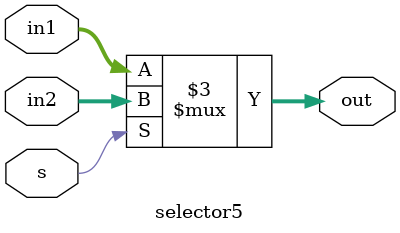
<source format=v>
module selector5(input[4:0] in1,
				 input[4:0] in2,
				 input s,
				 output reg[4:0] out);

always@(*)
begin 
	if(s)
		out=in2;
	else 
		out=in1;
end
				 
endmodule
</source>
